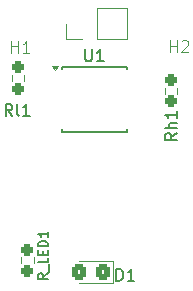
<source format=gbr>
%TF.GenerationSoftware,KiCad,Pcbnew,8.0.1*%
%TF.CreationDate,2025-01-22T18:21:47-07:00*%
%TF.ProjectId,AlcoholSensor_MQ,416c636f-686f-46c5-9365-6e736f725f4d,rev?*%
%TF.SameCoordinates,Original*%
%TF.FileFunction,Legend,Top*%
%TF.FilePolarity,Positive*%
%FSLAX46Y46*%
G04 Gerber Fmt 4.6, Leading zero omitted, Abs format (unit mm)*
G04 Created by KiCad (PCBNEW 8.0.1) date 2025-01-22 18:21:47*
%MOMM*%
%LPD*%
G01*
G04 APERTURE LIST*
G04 Aperture macros list*
%AMRoundRect*
0 Rectangle with rounded corners*
0 $1 Rounding radius*
0 $2 $3 $4 $5 $6 $7 $8 $9 X,Y pos of 4 corners*
0 Add a 4 corners polygon primitive as box body*
4,1,4,$2,$3,$4,$5,$6,$7,$8,$9,$2,$3,0*
0 Add four circle primitives for the rounded corners*
1,1,$1+$1,$2,$3*
1,1,$1+$1,$4,$5*
1,1,$1+$1,$6,$7*
1,1,$1+$1,$8,$9*
0 Add four rect primitives between the rounded corners*
20,1,$1+$1,$2,$3,$4,$5,0*
20,1,$1+$1,$4,$5,$6,$7,0*
20,1,$1+$1,$6,$7,$8,$9,0*
20,1,$1+$1,$8,$9,$2,$3,0*%
G04 Aperture macros list end*
%ADD10C,0.100000*%
%ADD11C,0.150000*%
%ADD12C,0.120000*%
%ADD13C,2.500000*%
%ADD14C,2.600000*%
%ADD15RoundRect,0.237500X0.237500X-0.250000X0.237500X0.250000X-0.237500X0.250000X-0.237500X-0.250000X0*%
%ADD16R,1.700000X1.700000*%
%ADD17O,1.700000X1.700000*%
%ADD18RoundRect,0.237500X-0.237500X0.250000X-0.237500X-0.250000X0.237500X-0.250000X0.237500X0.250000X0*%
%ADD19R,1.700000X0.650000*%
%ADD20RoundRect,0.250000X0.325000X0.450000X-0.325000X0.450000X-0.325000X-0.450000X0.325000X-0.450000X0*%
G04 APERTURE END LIST*
D10*
X180618095Y-89777419D02*
X180618095Y-88777419D01*
X180618095Y-89253609D02*
X181189523Y-89253609D01*
X181189523Y-89777419D02*
X181189523Y-88777419D01*
X181618095Y-88872657D02*
X181665714Y-88825038D01*
X181665714Y-88825038D02*
X181760952Y-88777419D01*
X181760952Y-88777419D02*
X181999047Y-88777419D01*
X181999047Y-88777419D02*
X182094285Y-88825038D01*
X182094285Y-88825038D02*
X182141904Y-88872657D01*
X182141904Y-88872657D02*
X182189523Y-88967895D01*
X182189523Y-88967895D02*
X182189523Y-89063133D01*
X182189523Y-89063133D02*
X182141904Y-89205990D01*
X182141904Y-89205990D02*
X181570476Y-89777419D01*
X181570476Y-89777419D02*
X182189523Y-89777419D01*
X167148095Y-89847419D02*
X167148095Y-88847419D01*
X167148095Y-89323609D02*
X167719523Y-89323609D01*
X167719523Y-89847419D02*
X167719523Y-88847419D01*
X168719523Y-89847419D02*
X168148095Y-89847419D01*
X168433809Y-89847419D02*
X168433809Y-88847419D01*
X168433809Y-88847419D02*
X168338571Y-88990276D01*
X168338571Y-88990276D02*
X168243333Y-89085514D01*
X168243333Y-89085514D02*
X168148095Y-89133133D01*
D11*
X181194819Y-96669047D02*
X180718628Y-97002380D01*
X181194819Y-97240475D02*
X180194819Y-97240475D01*
X180194819Y-97240475D02*
X180194819Y-96859523D01*
X180194819Y-96859523D02*
X180242438Y-96764285D01*
X180242438Y-96764285D02*
X180290057Y-96716666D01*
X180290057Y-96716666D02*
X180385295Y-96669047D01*
X180385295Y-96669047D02*
X180528152Y-96669047D01*
X180528152Y-96669047D02*
X180623390Y-96716666D01*
X180623390Y-96716666D02*
X180671009Y-96764285D01*
X180671009Y-96764285D02*
X180718628Y-96859523D01*
X180718628Y-96859523D02*
X180718628Y-97240475D01*
X181194819Y-96240475D02*
X180194819Y-96240475D01*
X181194819Y-95811904D02*
X180671009Y-95811904D01*
X180671009Y-95811904D02*
X180575771Y-95859523D01*
X180575771Y-95859523D02*
X180528152Y-95954761D01*
X180528152Y-95954761D02*
X180528152Y-96097618D01*
X180528152Y-96097618D02*
X180575771Y-96192856D01*
X180575771Y-96192856D02*
X180623390Y-96240475D01*
X181194819Y-94811904D02*
X181194819Y-95383332D01*
X181194819Y-95097618D02*
X180194819Y-95097618D01*
X180194819Y-95097618D02*
X180337676Y-95192856D01*
X180337676Y-95192856D02*
X180432914Y-95288094D01*
X180432914Y-95288094D02*
X180480533Y-95383332D01*
X167271428Y-95194819D02*
X166938095Y-94718628D01*
X166700000Y-95194819D02*
X166700000Y-94194819D01*
X166700000Y-94194819D02*
X167080952Y-94194819D01*
X167080952Y-94194819D02*
X167176190Y-94242438D01*
X167176190Y-94242438D02*
X167223809Y-94290057D01*
X167223809Y-94290057D02*
X167271428Y-94385295D01*
X167271428Y-94385295D02*
X167271428Y-94528152D01*
X167271428Y-94528152D02*
X167223809Y-94623390D01*
X167223809Y-94623390D02*
X167176190Y-94671009D01*
X167176190Y-94671009D02*
X167080952Y-94718628D01*
X167080952Y-94718628D02*
X166700000Y-94718628D01*
X167842857Y-95194819D02*
X167747619Y-95147200D01*
X167747619Y-95147200D02*
X167700000Y-95051961D01*
X167700000Y-95051961D02*
X167700000Y-94194819D01*
X168747619Y-95194819D02*
X168176191Y-95194819D01*
X168461905Y-95194819D02*
X168461905Y-94194819D01*
X168461905Y-94194819D02*
X168366667Y-94337676D01*
X168366667Y-94337676D02*
X168271429Y-94432914D01*
X168271429Y-94432914D02*
X168176191Y-94480533D01*
X170282295Y-108543809D02*
X169901342Y-108810476D01*
X170282295Y-109000952D02*
X169482295Y-109000952D01*
X169482295Y-109000952D02*
X169482295Y-108696190D01*
X169482295Y-108696190D02*
X169520390Y-108620000D01*
X169520390Y-108620000D02*
X169558485Y-108581905D01*
X169558485Y-108581905D02*
X169634676Y-108543809D01*
X169634676Y-108543809D02*
X169748961Y-108543809D01*
X169748961Y-108543809D02*
X169825152Y-108581905D01*
X169825152Y-108581905D02*
X169863247Y-108620000D01*
X169863247Y-108620000D02*
X169901342Y-108696190D01*
X169901342Y-108696190D02*
X169901342Y-109000952D01*
X170358485Y-108391429D02*
X170358485Y-107781905D01*
X170282295Y-107210476D02*
X170282295Y-107591428D01*
X170282295Y-107591428D02*
X169482295Y-107591428D01*
X169863247Y-106943809D02*
X169863247Y-106677143D01*
X170282295Y-106562857D02*
X170282295Y-106943809D01*
X170282295Y-106943809D02*
X169482295Y-106943809D01*
X169482295Y-106943809D02*
X169482295Y-106562857D01*
X170282295Y-106219999D02*
X169482295Y-106219999D01*
X169482295Y-106219999D02*
X169482295Y-106029523D01*
X169482295Y-106029523D02*
X169520390Y-105915237D01*
X169520390Y-105915237D02*
X169596580Y-105839047D01*
X169596580Y-105839047D02*
X169672771Y-105800952D01*
X169672771Y-105800952D02*
X169825152Y-105762856D01*
X169825152Y-105762856D02*
X169939438Y-105762856D01*
X169939438Y-105762856D02*
X170091819Y-105800952D01*
X170091819Y-105800952D02*
X170168009Y-105839047D01*
X170168009Y-105839047D02*
X170244200Y-105915237D01*
X170244200Y-105915237D02*
X170282295Y-106029523D01*
X170282295Y-106029523D02*
X170282295Y-106219999D01*
X170282295Y-105000952D02*
X170282295Y-105458095D01*
X170282295Y-105229523D02*
X169482295Y-105229523D01*
X169482295Y-105229523D02*
X169596580Y-105305714D01*
X169596580Y-105305714D02*
X169672771Y-105381904D01*
X169672771Y-105381904D02*
X169710866Y-105458095D01*
X173448095Y-89569819D02*
X173448095Y-90379342D01*
X173448095Y-90379342D02*
X173495714Y-90474580D01*
X173495714Y-90474580D02*
X173543333Y-90522200D01*
X173543333Y-90522200D02*
X173638571Y-90569819D01*
X173638571Y-90569819D02*
X173829047Y-90569819D01*
X173829047Y-90569819D02*
X173924285Y-90522200D01*
X173924285Y-90522200D02*
X173971904Y-90474580D01*
X173971904Y-90474580D02*
X174019523Y-90379342D01*
X174019523Y-90379342D02*
X174019523Y-89569819D01*
X175019523Y-90569819D02*
X174448095Y-90569819D01*
X174733809Y-90569819D02*
X174733809Y-89569819D01*
X174733809Y-89569819D02*
X174638571Y-89712676D01*
X174638571Y-89712676D02*
X174543333Y-89807914D01*
X174543333Y-89807914D02*
X174448095Y-89855533D01*
X176091905Y-109154819D02*
X176091905Y-108154819D01*
X176091905Y-108154819D02*
X176330000Y-108154819D01*
X176330000Y-108154819D02*
X176472857Y-108202438D01*
X176472857Y-108202438D02*
X176568095Y-108297676D01*
X176568095Y-108297676D02*
X176615714Y-108392914D01*
X176615714Y-108392914D02*
X176663333Y-108583390D01*
X176663333Y-108583390D02*
X176663333Y-108726247D01*
X176663333Y-108726247D02*
X176615714Y-108916723D01*
X176615714Y-108916723D02*
X176568095Y-109011961D01*
X176568095Y-109011961D02*
X176472857Y-109107200D01*
X176472857Y-109107200D02*
X176330000Y-109154819D01*
X176330000Y-109154819D02*
X176091905Y-109154819D01*
X177615714Y-109154819D02*
X177044286Y-109154819D01*
X177330000Y-109154819D02*
X177330000Y-108154819D01*
X177330000Y-108154819D02*
X177234762Y-108297676D01*
X177234762Y-108297676D02*
X177139524Y-108392914D01*
X177139524Y-108392914D02*
X177044286Y-108440533D01*
D12*
%TO.C,Rh1*%
X180177500Y-93324724D02*
X180177500Y-92815276D01*
X181222500Y-93324724D02*
X181222500Y-92815276D01*
%TO.C,Rl1*%
X167257500Y-92242224D02*
X167257500Y-91732776D01*
X168302500Y-92242224D02*
X168302500Y-91732776D01*
%TO.C,J1*%
X171825000Y-88710000D02*
X171825000Y-87380000D01*
X173155000Y-88710000D02*
X171825000Y-88710000D01*
X174425000Y-86050000D02*
X177025000Y-86050000D01*
X174425000Y-88710000D02*
X174425000Y-86050000D01*
X174425000Y-88710000D02*
X177025000Y-88710000D01*
X177025000Y-88710000D02*
X177025000Y-86050000D01*
%TO.C,R_LED1*%
X168037500Y-107175276D02*
X168037500Y-107684724D01*
X169082500Y-107175276D02*
X169082500Y-107684724D01*
D11*
%TO.C,U1*%
X171460000Y-91040000D02*
X171460000Y-91245000D01*
X171460000Y-91040000D02*
X176960000Y-91040000D01*
X171460000Y-96550000D02*
X171460000Y-96345000D01*
X171460000Y-96550000D02*
X176960000Y-96550000D01*
X176960000Y-91040000D02*
X176960000Y-91245000D01*
X176960000Y-96550000D02*
X176960000Y-96345000D01*
D12*
X170910000Y-91295000D02*
X170670000Y-90965000D01*
X171150000Y-90965000D01*
X170910000Y-91295000D01*
G36*
X170910000Y-91295000D02*
G01*
X170670000Y-90965000D01*
X171150000Y-90965000D01*
X170910000Y-91295000D01*
G37*
%TO.C,D1*%
X172925000Y-109380000D02*
X175785000Y-109380000D01*
X175785000Y-107460000D02*
X172925000Y-107460000D01*
X175785000Y-109380000D02*
X175785000Y-107460000D01*
%TD*%
%LPC*%
D13*
%TO.C,H2*%
X180090000Y-87300000D03*
%TD*%
%TO.C,H1*%
X168500000Y-87300000D03*
%TD*%
D14*
%TO.C,U3*%
X174380000Y-99610000D03*
X176580000Y-101830000D03*
X174370000Y-104010000D03*
%TD*%
D15*
%TO.C,Rh1*%
X180700000Y-93982500D03*
X180700000Y-92157500D03*
%TD*%
%TO.C,Rl1*%
X167780000Y-92900000D03*
X167780000Y-91075000D03*
%TD*%
D16*
%TO.C,J1*%
X173155000Y-87380000D03*
D17*
X175695000Y-87380000D03*
%TD*%
D18*
%TO.C,R_LED1*%
X168560000Y-106517500D03*
X168560000Y-108342500D03*
%TD*%
D19*
%TO.C,U1*%
X170560000Y-91890000D03*
X170560000Y-93160000D03*
X170560000Y-94430000D03*
X170560000Y-95700000D03*
X177860000Y-95700000D03*
X177860000Y-94430000D03*
X177860000Y-93160000D03*
X177860000Y-91890000D03*
%TD*%
D20*
%TO.C,D1*%
X174950000Y-108420000D03*
X172900000Y-108420000D03*
%TD*%
%LPD*%
M02*

</source>
